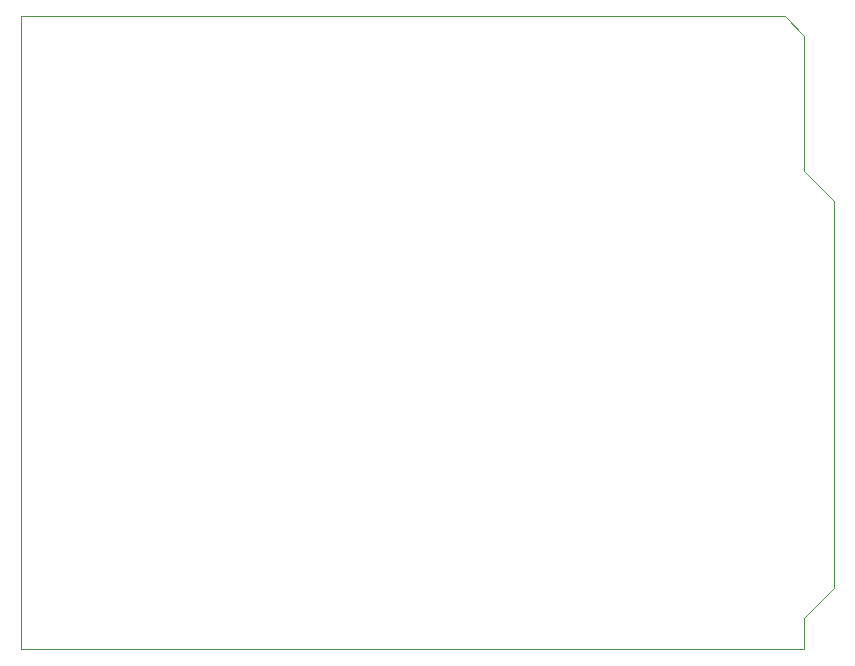
<source format=gbr>
%TF.GenerationSoftware,KiCad,Pcbnew,8.0.8-8.0.8-0~ubuntu22.04.1*%
%TF.CreationDate,2025-01-20T16:52:57+09:00*%
%TF.ProjectId,M252,4d323532-2e6b-4696-9361-645f70636258,2.00*%
%TF.SameCoordinates,Original*%
%TF.FileFunction,Profile,NP*%
%FSLAX46Y46*%
G04 Gerber Fmt 4.6, Leading zero omitted, Abs format (unit mm)*
G04 Created by KiCad (PCBNEW 8.0.8-8.0.8-0~ubuntu22.04.1) date 2025-01-20 16:52:57*
%MOMM*%
%LPD*%
G01*
G04 APERTURE LIST*
%TA.AperFunction,Profile*%
%ADD10C,0.120000*%
%TD*%
%TA.AperFunction,Profile*%
%ADD11C,0.050000*%
%TD*%
G04 APERTURE END LIST*
D10*
%TO.C,REF\u002A\u002A*%
X87160000Y-53830000D02*
X151810000Y-53830000D01*
D11*
X87160000Y-107430000D02*
X87160000Y-53830000D01*
D10*
X151810000Y-53830000D02*
X153460000Y-55480000D01*
X153460000Y-55480000D02*
X153460000Y-66910000D01*
X153460000Y-66910000D02*
X156000000Y-69450000D01*
X153460000Y-104760000D02*
X153460000Y-107430000D01*
X153460000Y-107430000D02*
X87160000Y-107430000D01*
X156000000Y-69450000D02*
X156000000Y-102220000D01*
X156000000Y-102220000D02*
X153460000Y-104760000D01*
%TD*%
M02*

</source>
